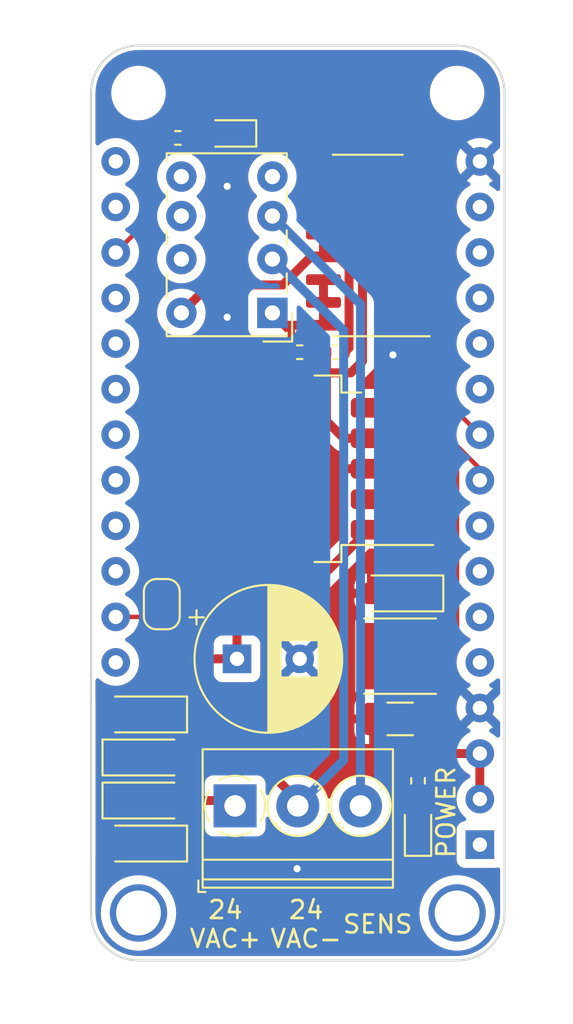
<source format=kicad_pcb>
(kicad_pcb (version 20221018) (generator pcbnew)
  (layers (0 "F.Cu" signal) (31 "B.Cu" signal) (34 "B.Paste" user) (35 "F.Paste" user) (36 "B.SilkS" user "B.Silkscreen") (37 "F.SilkS" user "F.Silkscreen") (38 "B.Mask" user) (39 "F.Mask" user) (44 "Edge.Cuts" user))
  (net 0 "")
  (net 1 "GND")
  (net 2 "Net-(D3-K)")
  (net 3 "LINE")
  (net 4 "NEUT")
  (net 5 "RACHIO_SW")
  (net 15 "Net-(A1-EN)")
  (net 25 "Net-(D6-A)")
  (net 26 "Net-(D5-K)")
  (net 27 "+3V3")
  (net 33 "RESET")
  (net 34 "SET")
  (net 35 "Net-(U3-O1)")
  (net 36 "Net-(U3-O4)")
  (net 39 "Net-(D7-A)")
  (net 41 "Net-(A1-D0)")
  (footprint "Jumper:SolderJumper-2_P1.3mm_Bridged_RoundedPad1.0x1.5mm" (layer "F.Cu") (at 3.95 31.15 90)
    (fp_text reference "JP1" hide)
    (fp_text value "SolderJumper_2_Bridged")
    (fp_poly (pts (xy 0.25 -0.3) (xy -0.25 -0.3) (xy -0.25 0.3) (xy 0.25 0.3)) (fill solid) (layer "F.Cu"))
    (fp_line (start -1.4 0.3) (end -1.4 -0.3) (stroke (width 0.12)) (layer "F.SilkS"))
    (fp_line (start -0.7 -1) (end 0.7 -1) (stroke (width 0.12)) (layer "F.SilkS"))
    (fp_line (start 0.7 1) (end -0.7 1) (stroke (width 0.12)) (layer "F.SilkS"))
    (fp_line (start 1.4 -0.3) (end 1.4 0.3) (stroke (width 0.12)) (layer "F.SilkS"))
    (fp_arc (start -1.4 -0.3) (mid -1.194975 -0.794975) (end -0.7 -1) (stroke (width 0.12)) (layer "F.SilkS"))
    (fp_arc (start -0.7 1) (mid -1.194975 0.794975) (end -1.4 0.3) (stroke (width 0.12)) (layer "F.SilkS"))
    (fp_arc (start 0.7 -1) (mid 1.194975 -0.794975) (end 1.4 -0.3) (stroke (width 0.12)) (layer "F.SilkS"))
    (fp_arc (start 1.4 0.3) (mid 1.194975 0.794975) (end 0.7 1) (stroke (width 0.12)) (layer "F.SilkS"))
    (pad "1" smd custom (at -0.65 0 90) (size 1 0.5) (layers "F.Cu" "F.Mask") (net 15 "Net-(A1-EN)") (options (clearance outline) (anchor rect)) (primitives (gr_circle (center 0 0.25) (end 0.5 0.25) (width 0) (fill yes)) (gr_circle (center 0 -0.25) (end 0.5 -0.25) (width 0) (fill yes)) (gr_poly (pts (xy 0.5 0.75) (xy 0 0.75) (xy 0 -0.75) (xy 0.5 -0.75)) (width 0) (fill yes))))
    (pad "2" smd custom (at 0.65 0 90) (size 1 0.5) (layers "F.Cu" "F.Mask") (net 1 "GND") (options (clearance outline) (anchor rect)) (primitives (gr_circle (center 0 0.25) (end 0.5 0.25) (width 0) (fill yes)) (gr_circle (center 0 -0.25) (end 0.5 -0.25) (width 0) (fill yes)) (gr_poly (pts (xy 0 0.75) (xy -0.5 0.75) (xy -0.5 -0.75) (xy 0 -0.75)) (width 0) (fill yes))))
  )
  (footprint "Diode_SMD:D_SOD-123" (layer "F.Cu") (at 3 44.5 180)
    (fp_text reference "D1" hide)
    (fp_text value "SM4007")
    (fp_line (start -2.36 -1) (end -2.36 1) (stroke (width 0.12)) (layer "F.SilkS"))
    (fp_line (start -2.36 -1) (end 1.65 -1) (stroke (width 0.12)) (layer "F.SilkS"))
    (fp_line (start -2.36 1) (end 1.65 1) (stroke (width 0.12)) (layer "F.SilkS"))
    (pad "1" smd roundrect (at -1.65 0 180) (size 0.9 1.2) (layers "F.Cu" "F.Paste" "F.Mask") (net 3 "LINE"))
    (pad "2" smd roundrect (at 1.65 0 180) (size 0.9 1.2) (layers "F.Cu" "F.Paste" "F.Mask") (net 1 "GND"))
  )
  (footprint "Resistor_SMD:R_0402_1005Metric" (layer "F.Cu") (at 11.64 17.1 180)
    (fp_text reference "R2" hide)
    (fp_text value "33")
    (fp_line (start -0.153641 -0.38) (end 0.153641 -0.38) (stroke (width 0.12)) (layer "F.SilkS"))
    (fp_line (start -0.153641 0.38) (end 0.153641 0.38) (stroke (width 0.12)) (layer "F.SilkS"))
    (pad "1" smd roundrect (at -0.51 0 180) (size 0.54 0.64) (layers "F.Cu" "F.Paste" "F.Mask") (net 27 "+3V3"))
    (pad "2" smd roundrect (at 0.51 0 180) (size 0.54 0.64) (layers "F.Cu" "F.Paste" "F.Mask") (net 35 "Net-(U3-O1)"))
  )
  (footprint "Resistor_SMD:R_0402_1005Metric" (layer "F.Cu") (at 4.85 5.15)
    (fp_text reference "R4" hide)
    (fp_text value "470")
    (fp_line (start -0.153641 -0.38) (end 0.153641 -0.38) (stroke (width 0.12)) (layer "F.SilkS"))
    (fp_line (start -0.153641 0.38) (end 0.153641 0.38) (stroke (width 0.12)) (layer "F.SilkS"))
    (pad "1" smd roundrect (at -0.51 0) (size 0.54 0.64) (layers "F.Cu" "F.Paste" "F.Mask") (net 41 "Net-(A1-D0)"))
    (pad "2" smd roundrect (at 0.51 0) (size 0.54 0.64) (layers "F.Cu" "F.Paste" "F.Mask") (net 39 "Net-(D7-A)"))
  )
  (footprint "Capacitor_SMD:C_1206_3216Metric" (layer "F.Cu") (at 17.25 37.55 180)
    (fp_text reference "C2" hide)
    (fp_text value "100u")
    (fp_line (start -0.711252 -0.91) (end 0.711252 -0.91) (stroke (width 0.12)) (layer "F.SilkS"))
    (fp_line (start -0.711252 0.91) (end 0.711252 0.91) (stroke (width 0.12)) (layer "F.SilkS"))
    (pad "1" smd roundrect (at -1.475 0 180) (size 1.15 1.8) (layers "F.Cu" "F.Paste" "F.Mask") (roundrect_rratio 0.2173913043) (net 27 "+3V3"))
    (pad "2" smd roundrect (at 1.475 0 180) (size 1.15 1.8) (layers "F.Cu" "F.Paste" "F.Mask") (roundrect_rratio 0.2173913043) (net 1 "GND"))
  )
  (footprint "Package_SO:SOIC-16_3.9x9.9mm_P1.27mm" (layer "F.Cu") (at 15.45 11.15 180)
    (fp_text reference "U3" hide)
    (fp_text value "ULN2003A")
    (fp_line (start 0 -5.06) (end -3.45 -5.06) (stroke (width 0.12)) (layer "F.SilkS"))
    (fp_line (start 0 -5.06) (end 1.95 -5.06) (stroke (width 0.12)) (layer "F.SilkS"))
    (fp_line (start 0 5.06) (end -1.95 5.06) (stroke (width 0.12)) (layer "F.SilkS"))
    (fp_line (start 0 5.06) (end 1.95 5.06) (stroke (width 0.12)) (layer "F.SilkS"))
    (pad "1" smd roundrect (at -2.475 -4.445 180) (size 1.95 0.6) (layers "F.Cu" "F.Paste" "F.Mask") (net 34 "SET"))
    (pad "2" smd roundrect (at -2.475 -3.175 180) (size 1.95 0.6) (layers "F.Cu" "F.Paste" "F.Mask") (net 34 "SET"))
    (pad "3" smd roundrect (at -2.475 -1.905 180) (size 1.95 0.6) (layers "F.Cu" "F.Paste" "F.Mask") (net 34 "SET"))
    (pad "4" smd roundrect (at -2.475 -0.635 180) (size 1.95 0.6) (layers "F.Cu" "F.Paste" "F.Mask") (net 33 "RESET"))
    (pad "5" smd roundrect (at -2.475 0.635 180) (size 1.95 0.6) (layers "F.Cu" "F.Paste" "F.Mask") (net 33 "RESET"))
    (pad "6" smd roundrect (at -2.475 1.905 180) (size 1.95 0.6) (layers "F.Cu" "F.Paste" "F.Mask") (net 33 "RESET"))
    (pad "7" smd roundrect (at -2.475 3.175 180) (size 1.95 0.6) (layers "F.Cu" "F.Paste" "F.Mask"))
    (pad "8" smd roundrect (at -2.475 4.445 180) (size 1.95 0.6) (layers "F.Cu" "F.Paste" "F.Mask") (net 1 "GND"))
    (pad "9" smd roundrect (at 2.475 4.445 180) (size 1.95 0.6) (layers "F.Cu" "F.Paste" "F.Mask") (net 27 "+3V3"))
    (pad "10" smd roundrect (at 2.475 3.175 180) (size 1.95 0.6) (layers "F.Cu" "F.Paste" "F.Mask"))
    (pad "11" smd roundrect (at 2.475 1.905 180) (size 1.95 0.6) (layers "F.Cu" "F.Paste" "F.Mask") (net 36 "Net-(U3-O4)"))
    (pad "12" smd roundrect (at 2.475 0.635 180) (size 1.95 0.6) (layers "F.Cu" "F.Paste" "F.Mask") (net 36 "Net-(U3-O4)"))
    (pad "13" smd roundrect (at 2.475 -0.635 180) (size 1.95 0.6) (layers "F.Cu" "F.Paste" "F.Mask") (net 36 "Net-(U3-O4)"))
    (pad "14" smd roundrect (at 2.475 -1.905 180) (size 1.95 0.6) (layers "F.Cu" "F.Paste" "F.Mask") (net 35 "Net-(U3-O1)"))
    (pad "15" smd roundrect (at 2.475 -3.175 180) (size 1.95 0.6) (layers "F.Cu" "F.Paste" "F.Mask") (net 35 "Net-(U3-O1)"))
    (pad "16" smd roundrect (at 2.475 -4.445 180) (size 1.95 0.6) (layers "F.Cu" "F.Paste" "F.Mask") (net 35 "Net-(U3-O1)"))
  )
  (footprint "LED_SMD:LED_0603_1608Metric" (layer "F.Cu") (at 7.7375 4.9 180)
    (fp_text reference "D7" hide)
    (fp_text value "LED")
    (fp_line (start -1.485 -0.735) (end -1.485 0.735) (stroke (width 0.12)) (layer "F.SilkS"))
    (fp_line (start -1.485 0.735) (end 0.8 0.735) (stroke (width 0.12)) (layer "F.SilkS"))
    (fp_line (start 0.8 -0.735) (end -1.485 -0.735) (stroke (width 0.12)) (layer "F.SilkS"))
    (pad "1" smd roundrect (at -0.7875 0 180) (size 0.875 0.95) (layers "F.Cu" "F.Paste" "F.Mask") (net 1 "GND"))
    (pad "2" smd roundrect (at 0.7875 0 180) (size 0.875 0.95) (layers "F.Cu" "F.Paste" "F.Mask") (net 39 "Net-(D7-A)"))
  )
  (footprint "TerminalBlock_Phoenix:TerminalBlock_Phoenix_PT-1,5-3-3.5-H_1x03_P3.50mm_Horizontal" (layer "F.Cu") (at 8.04 42.4)
    (fp_text reference "J1" hide)
    (fp_text value "Screw_Terminal_01x03")
    (fp_line (start -2.05 4.16) (end -2.05 4.8) (stroke (width 0.12)) (layer "F.SilkS"))
    (fp_line (start -2.05 4.8) (end -1.65 4.8) (stroke (width 0.12)) (layer "F.SilkS"))
    (fp_line (start -1.81 -3.16) (end -1.81 4.56) (stroke (width 0.12)) (layer "F.SilkS"))
    (fp_line (start -1.81 -3.16) (end 8.81 -3.16) (stroke (width 0.12)) (layer "F.SilkS"))
    (fp_line (start -1.81 3) (end 8.81 3) (stroke (width 0.12)) (layer "F.SilkS"))
    (fp_line (start -1.81 4.1) (end 8.81 4.1) (stroke (width 0.12)) (layer "F.SilkS"))
    (fp_line (start -1.81 4.56) (end 8.81 4.56) (stroke (width 0.12)) (layer "F.SilkS"))
    (fp_line (start 2.355 0.941) (end 2.226 1.069) (stroke (width 0.12)) (layer "F.SilkS"))
    (fp_line (start 2.525 1.181) (end 2.431 1.274) (stroke (width 0.12)) (layer "F.SilkS"))
    (fp_line (start 4.57 -1.275) (end 4.476 -1.181) (stroke (width 0.12)) (layer "F.SilkS"))
    (fp_line (start 4.775 -1.069) (end 4.646 -0.941) (stroke (width 0.12)) (layer "F.SilkS"))
    (fp_line (start 5.855 0.941) (end 5.726 1.069) (stroke (width 0.12)) (layer "F.SilkS"))
    (fp_line (start 6.025 1.181) (end 5.931 1.274) (stroke (width 0.12)) (layer "F.SilkS"))
    (fp_line (start 8.07 -1.275) (end 7.976 -1.181) (stroke (width 0.12)) (layer "F.SilkS"))
    (fp_line (start 8.275 -1.069) (end 8.146 -0.941) (stroke (width 0.12)) (layer "F.SilkS"))
    (fp_line (start 8.81 -3.16) (end 8.81 4.56) (stroke (width 0.12)) (layer "F.SilkS"))
    (fp_arc (start -1.425358 0.889894) (mid -1.680286 0.014012) (end -1.44 -0.866) (stroke (width 0.12)) (layer "F.SilkS"))
    (fp_arc (start -0.889894 -1.425358) (mid -0.014012 -1.680286) (end 0.866 -1.44) (stroke (width 0.12)) (layer "F.SilkS"))
    (fp_arc (start 0.028674 1.680099) (mid -0.435535 1.622918) (end -0.866 1.44) (stroke (width 0.12)) (layer "F.SilkS"))
    (fp_arc (start 0.890264 1.424721) (mid 0.463071 1.61492) (end 0 1.68) (stroke (width 0.12)) (layer "F.SilkS"))
    (fp_arc (start 1.425504 -0.890193) (mid 1.680626 0.000476) (end 1.425 0.891) (stroke (width 0.12)) (layer "F.SilkS"))
    (fp_circle (center 3.5 0) (end 5.18 0) (stroke (width 0.12)) (fill none) (layer "F.SilkS"))
    (fp_circle (center 7 0) (end 8.68 0) (stroke (width 0.12)) (fill none) (layer "F.SilkS"))
    (pad "1" thru_hole rect (at 0 0) (size 2.4 2.4) (drill 1.2) (layers "*.Cu" "*.Mask") (net 3 "LINE"))
    (pad "2" thru_hole circle (at 3.5 0) (size 2.4 2.4) (drill 1.2) (layers "*.Cu" "*.Mask") (net 4 "NEUT"))
    (pad "3" thru_hole circle (at 7 0) (size 2.4 2.4) (drill 1.2) (layers "*.Cu" "*.Mask") (net 5 "RACHIO_SW"))
  )
  (footprint "Package_TO_SOT_SMD:TO-263-5_TabPin3" (layer "F.Cu") (at 9.15 23.6 180)
    (fp_text reference "U1" hide)
    (fp_text value "LM2596S-3.3")
    (fp_line (start -4.825 -5.2) (end -4.825 -4.25) (stroke (width 0.12)) (layer "F.SilkS"))
    (fp_line (start -4.825 -4.25) (end -9.95 -4.25) (stroke (width 0.12)) (layer "F.SilkS"))
    (fp_line (start -4.825 4.25) (end -5.925 4.25) (stroke (width 0.12)) (layer "F.SilkS"))
    (fp_line (start -4.825 5.2) (end -4.825 4.25) (stroke (width 0.12)) (layer "F.SilkS"))
    (fp_line (start -3.325 -5.2) (end -4.825 -5.2) (stroke (width 0.12)) (layer "F.SilkS"))
    (fp_line (start -3.325 5.2) (end -4.825 5.2) (stroke (width 0.12)) (layer "F.SilkS"))
    (pad "1" smd roundrect (at -7.65 -3.4 180) (size 4.6 1.1) (layers "F.Cu" "F.Paste" "F.Mask") (roundrect_rratio 0.2272727273) (net 2 "Net-(D3-K)"))
    (pad "2" smd roundrect (at -7.65 -1.7 180) (size 4.6 1.1) (layers "F.Cu" "F.Paste" "F.Mask") (roundrect_rratio 0.2272727273) (net 26 "Net-(D5-K)"))
    (pad "3" smd roundrect (at -7.65 0 180) (size 4.6 1.1) (layers "F.Cu" "F.Paste" "F.Mask") (roundrect_rratio 0.2272727273) (net 1 "GND"))
    (pad "3" smd roundrect (at -0.925 -2.775 180) (size 4.55 5.25) (layers "F.Cu" "F.Paste") (roundrect_rratio 0.05494505495) (net 1 "GND"))
    (pad "3" smd roundrect (at -0.925 2.775 180) (size 4.55 5.25) (layers "F.Cu" "F.Paste") (roundrect_rratio 0.05494505495) (net 1 "GND"))
    (pad "3" smd roundrect (at 1.5 0 180) (size 9.4 10.8) (layers "F.Cu" "F.Mask") (roundrect_rratio 0.02659595745) (net 1 "GND"))
    (pad "3" smd roundrect (at 3.925 -2.775 180) (size 4.55 5.25) (layers "F.Cu" "F.Paste") (roundrect_rratio 0.05494505495) (net 1 "GND"))
    (pad "3" smd roundrect (at 3.925 2.775 180) (size 4.55 5.25) (layers "F.Cu" "F.Paste") (roundrect_rratio 0.05494505495) (net 1 "GND"))
    (pad "4" smd roundrect (at -7.65 1.7 180) (size 4.6 1.1) (layers "F.Cu" "F.Paste" "F.Mask") (roundrect_rratio 0.2272727273) (net 27 "+3V3"))
    (pad "5" smd roundrect (at -7.65 3.4 180) (size 4.6 1.1) (layers "F.Cu" "F.Paste" "F.Mask") (roundrect_rratio 0.2272727273) (net 1 "GND"))
  )
  (footprint "Module:Adafruit_Feather_WithMountingHoles" (layer "F.Cu") (at 21.7 44.56 180)
    (fp_text reference "A1" hide)
    (fp_text value "Adafruit_Feather_Generic")
    (fp_line (start -1.38 -3.81) (end -1.38 41.91) (stroke (width 0.12)) (layer "Edge.Cuts"))
    (fp_line (start 19.05 -6.46) (end 1.27 -6.46) (stroke (width 0.12)) (layer "Edge.Cuts"))
    (fp_line (start 19.05 44.56) (end 1.27 44.56) (stroke (width 0.12)) (layer "Edge.Cuts"))
    (fp_line (start 21.7 -3.81) (end 21.7 41.91) (stroke (width 0.12)) (layer "Edge.Cuts"))
    (fp_arc (start -1.38 -3.81) (mid -0.603833 -5.683832) (end 1.27 -6.46) (stroke (width 0.12)) (layer "Edge.Cuts"))
    (fp_arc (start 1.27 44.56) (mid -0.603832 43.783833) (end -1.38 41.91) (stroke (width 0.12)) (layer "Edge.Cuts"))
    (fp_arc (start 19.05 -6.46) (mid 20.923832 -5.683833) (end 21.7 -3.81) (stroke (width 0.12)) (layer "Edge.Cuts"))
    (fp_arc (start 21.7 41.91) (mid 20.923833 43.783832) (end 19.05 44.56) (stroke (width 0.12)) (layer "Edge.Cuts"))
    (pad "" np_thru_hole circle (at 1.27 -3.81 90) (size 3.2 3.2) (drill 2.5) (layers "*.Cu" "*.Mask"))
    (pad "" np_thru_hole circle (at 1.27 41.91 90) (size 2.54 2.54) (drill 2.54) (layers "*.Cu" "*.Mask"))
    (pad "" np_thru_hole circle (at 19.05 -3.81 90) (size 3.2 3.2) (drill 2.5) (layers "*.Cu" "*.Mask"))
    (pad "" np_thru_hole circle (at 19.05 41.91 90) (size 2.54 2.54) (drill 2.54) (layers "*.Cu" "*.Mask"))
    (pad "1" thru_hole rect (at 0 0) (size 1.6 1.6) (drill 0.8) (layers "*.Cu" "*.Mask"))
    (pad "2" thru_hole circle (at 0 2.54) (size 1.6 1.6) (drill 0.8) (layers "*.Cu" "*.Mask") (net 27 "+3V3"))
    (pad "3" thru_hole circle (at 0 5.08) (size 1.6 1.6) (drill 0.8) (layers "*.Cu" "*.Mask") (net 27 "+3V3"))
    (pad "4" thru_hole circle (at 0 7.62) (size 1.6 1.6) (drill 0.8) (layers "*.Cu" "*.Mask") (net 1 "GND"))
    (pad "5" thru_hole circle (at 0 10.16) (size 1.6 1.6) (drill 0.8) (layers "*.Cu" "*.Mask"))
    (pad "6" thru_hole circle (at 0 12.7) (size 1.6 1.6) (drill 0.8) (layers "*.Cu" "*.Mask"))
    (pad "7" thru_hole circle (at 0 15.24) (size 1.6 1.6) (drill 0.8) (layers "*.Cu" "*.Mask"))
    (pad "8" thru_hole circle (at 0 17.78) (size 1.6 1.6) (drill 0.8) (layers "*.Cu" "*.Mask"))
    (pad "9" thru_hole circle (at 0 20.32) (size 1.6 1.6) (drill 0.8) (layers "*.Cu" "*.Mask") (net 34 "SET"))
    (pad "10" thru_hole circle (at 0 22.86) (size 1.6 1.6) (drill 0.8) (layers "*.Cu" "*.Mask") (net 33 "RESET"))
    (pad "11" thru_hole circle (at 0 25.4) (size 1.6 1.6) (drill 0.8) (layers "*.Cu" "*.Mask"))
    (pad "12" thru_hole circle (at 0 27.94) (size 1.6 1.6) (drill 0.8) (layers "*.Cu" "*.Mask"))
    (pad "13" thru_hole circle (at 0 30.48) (size 1.6 1.6) (drill 0.8) (layers "*.Cu" "*.Mask"))
    (pad "14" thru_hole circle (at 0 33.02) (size 1.6 1.6) (drill 0.8) (layers "*.Cu" "*.Mask"))
    (pad "15" thru_hole circle (at 0 35.56) (size 1.6 1.6) (drill 0.8) (layers "*.Cu" "*.Mask"))
    (pad "16" thru_hole circle (at 0 38.1) (size 1.6 1.6) (drill 0.8) (layers "*.Cu" "*.Mask") (net 1 "GND"))
    (pad "17" thru_hole circle (at 20.32 38.1) (size 1.6 1.6) (drill 0.8) (layers "*.Cu" "*.Mask"))
    (pad "18" thru_hole circle (at 20.32 35.56) (size 1.6 1.6) (drill 0.8) (layers "*.Cu" "*.Mask"))
    (pad "19" thru_hole circle (at 20.32 33.02) (size 1.6 1.6) (drill 0.8) (layers "*.Cu" "*.Mask") (net 41 "Net-(A1-D0)"))
    (pad "20" thru_hole circle (at 20.32 30.48) (size 1.6 1.6) (drill 0.8) (layers "*.Cu" "*.Mask"))
    (pad "21" thru_hole circle (at 20.32 27.94) (size 1.6 1.6) (drill 0.8) (layers "*.Cu" "*.Mask"))
    (pad "22" thru_hole circle (at 20.32 25.4) (size 1.6 1.6) (drill 0.8) (layers "*.Cu" "*.Mask"))
    (pad "23" thru_hole circle (at 20.32 22.86) (size 1.6 1.6) (drill 0.8) (layers "*.Cu" "*.Mask"))
    (pad "24" thru_hole circle (at 20.32 20.32) (size 1.6 1.6) (drill 0.8) (layers "*.Cu" "*.Mask"))
    (pad "25" thru_hole circle (at 20.32 17.78) (size 1.6 1.6) (drill 0.8) (layers "*.Cu" "*.Mask"))
    (pad "26" thru_hole circle (at 20.32 15.24) (size 1.6 1.6) (drill 0.8) (layers "*.Cu" "*.Mask"))
    (pad "27" thru_hole circle (at 20.32 12.7) (size 1.6 1.6) (drill 0.8) (layers "*.Cu" "*.Mask") (net 15 "Net-(A1-EN)"))
    (pad "28" thru_hole circle (at 20.32 10.16) (size 1.6 1.6) (drill 0.8) (layers "*.Cu" "*.Mask"))
  )
  (footprint "Relay_THT:Relay_DPDT_Omron_G6K-2P-Y" (layer "F.Cu") (at 10.1225 14.9075 180)
    (fp_text reference "K3" hide)
    (fp_text value "G6KU-2")
    (fp_line (start -1.1 -1.6) (end 0.5 -1.6) (stroke (width 0.12)) (layer "F.SilkS"))
    (fp_line (start -1.1 0) (end -1.1 -1.6) (stroke (width 0.12)) (layer "F.SilkS"))
    (fp_line (start -0.8 -1.3) (end -0.8 -1.1) (stroke (width 0.12)) (layer "F.SilkS"))
    (fp_line (start -0.8 -1.3) (end 5.9 -1.3) (stroke (width 0.12)) (layer "F.SilkS"))
    (fp_line (start -0.8 2.2) (end -0.8 1.1) (stroke (width 0.12)) (layer "F.SilkS"))
    (fp_line (start -0.8 4.6) (end -0.8 3.8) (stroke (width 0.12)) (layer "F.SilkS"))
    (fp_line (start -0.8 6.8) (end -0.8 6.2) (stroke (width 0.12)) (layer "F.SilkS"))
    (fp_line (start -0.8 8.9) (end -0.8 8.4) (stroke (width 0.12)) (layer "F.SilkS"))
    (fp_line (start 5.9 -1.3) (end 5.9 -0.8) (stroke (width 0.12)) (layer "F.SilkS"))
    (fp_line (start 5.9 0.8) (end 5.9 2.2) (stroke (width 0.12)) (layer "F.SilkS"))
    (fp_line (start 5.9 3.8) (end 5.9 4.6) (stroke (width 0.12)) (layer "F.SilkS"))
    (fp_line (start 5.9 6.2) (end 5.9 6.8) (stroke (width 0.12)) (layer "F.SilkS"))
    (fp_line (start 5.9 8.4) (end 5.9 8.9) (stroke (width 0.12)) (layer "F.SilkS"))
    (fp_line (start 5.9 8.9) (end -0.8 8.9) (stroke (width 0.12)) (layer "F.SilkS"))
    (pad "1" thru_hole rect (at 0 0 180) (size 1.7 1.7) (drill 0.85) (layers "*.Cu" "*.Mask") (net 35 "Net-(U3-O1)"))
    (pad "2" thru_hole circle (at 0 3 180) (size 1.7 1.7) (drill 0.85) (layers "*.Cu" "*.Mask") (net 4 "NEUT"))
    (pad "3" thru_hole circle (at 0 5.4 180) (size 1.7 1.7) (drill 0.85) (layers "*.Cu" "*.Mask") (net 5 "RACHIO_SW"))
    (pad "4" thru_hole circle (at 0 7.6 180) (size 1.7 1.7) (drill 0.85) (layers "*.Cu" "*.Mask"))
    (pad "5" thru_hole circle (at 5.08 7.6 180) (size 1.7 1.7) (drill 0.85) (layers "*.Cu" "*.Mask"))
    (pad "6" thru_hole circle (at 5.08 5.4 180) (size 1.7 1.7) (drill 0.85) (layers "*.Cu" "*.Mask"))
    (pad "7" thru_hole circle (at 5.08 3 180) (size 1.7 1.7) (drill 0.85) (layers "*.Cu" "*.Mask"))
    (pad "8" thru_hole circle (at 5.08 0 180) (size 1.7 1.7) (drill 0.85) (layers "*.Cu" "*.Mask") (net 36 "Net-(U3-O4)"))
  )
  (footprint "Resistor_SMD:R_0402_1005Metric" (layer "F.Cu") (at 13.65 17.1)
    (fp_text reference "R3" hide)
    (fp_text value "33")
    (fp_line (start -0.153641 -0.38) (end 0.153641 -0.38) (stroke (width 0.12)) (layer "F.SilkS"))
    (fp_line (start -0.153641 0.38) (end 0.153641 0.38) (stroke (width 0.12)) (layer "F.SilkS"))
    (pad "1" smd roundrect (at -0.51 0) (size 0.54 0.64) (layers "F.Cu" "F.Paste" "F.Mask") (net 27 "+3V3"))
    (pad "2" smd roundrect (at 0.51 0) (size 0.54 0.64) (layers "F.Cu" "F.Paste" "F.Mask") (net 36 "Net-(U3-O4)"))
  )
  (footprint "Inductor_SMD:L_Taiyo-Yuden_NR-40xx" (layer "F.Cu") (at 17.25 34.05)
    (fp_text reference "L1" hide)
    (fp_text value "33uH")
    (fp_line (start -2 -2.1) (end 2 -2.1) (stroke (width 0.12)) (layer "F.SilkS"))
    (fp_line (start -2 2.1) (end 2 2.1) (stroke (width 0.12)) (layer "F.SilkS"))
    (pad "1" smd rect (at -1.4 0) (size 1.2 3.7) (layers "F.Cu" "F.Paste" "F.Mask") (net 26 "Net-(D5-K)"))
    (pad "2" smd rect (at 1.4 0) (size 1.2 3.7) (layers "F.Cu" "F.Paste" "F.Mask") (net 27 "+3V3"))
  )
  (footprint "Resistor_SMD:R_0402_1005Metric" (layer "F.Cu") (at 18.25 41 -90)
    (fp_text reference "R1" hide)
    (fp_text value "470")
    (fp_line (start -0.153641 -0.38) (end 0.153641 -0.38) (stroke (width 0.12)) (layer "F.SilkS"))
    (fp_line (start -0.153641 0.38) (end 0.153641 0.38) (stroke (width 0.12)) (layer "F.SilkS"))
    (pad "1" smd roundrect (at -0.51 0 270) (size 0.54 0.64) (layers "F.Cu" "F.Paste" "F.Mask") (net 27 "+3V3"))
    (pad "2" smd roundrect (at 0.51 0 270) (size 0.54 0.64) (layers "F.Cu" "F.Paste" "F.Mask") (net 25 "Net-(D6-A)"))
  )
  (footprint "Diode_SMD:D_SOD-123" (layer "F.Cu") (at 3 37.3 180)
    (fp_text reference "D2" hide)
    (fp_text value "SM4007")
    (fp_line (start -2.36 -1) (end -2.36 1) (stroke (width 0.12)) (layer "F.SilkS"))
    (fp_line (start -2.36 -1) (end 1.65 -1) (stroke (width 0.12)) (layer "F.SilkS"))
    (fp_line (start -2.36 1) (end 1.65 1) (stroke (width 0.12)) (layer "F.SilkS"))
    (pad "1" smd roundrect (at -1.65 0 180) (size 0.9 1.2) (layers "F.Cu" "F.Paste" "F.Mask") (net 4 "NEUT"))
    (pad "2" smd roundrect (at 1.65 0 180) (size 0.9 1.2) (layers "F.Cu" "F.Paste" "F.Mask") (net 1 "GND"))
  )
  (footprint "LED_SMD:LED_0603_1608Metric" (layer "F.Cu") (at 18.25 43.7 90)
    (fp_text reference "D6" hide)
    (fp_text value "LED")
    (fp_line (start -1.485 -0.735) (end -1.485 0.735) (stroke (width 0.12)) (layer "F.SilkS"))
    (fp_line (start -1.485 0.735) (end 0.8 0.735) (stroke (width 0.12)) (layer "F.SilkS"))
    (fp_line (start 0.8 -0.735) (end -1.485 -0.735) (stroke (width 0.12)) (layer "F.SilkS"))
    (pad "1" smd roundrect (at -0.7875 0 90) (size 0.875 0.95) (layers "F.Cu" "F.Paste" "F.Mask") (net 1 "GND"))
    (pad "2" smd roundrect (at 0.7875 0 90) (size 0.875 0.95) (layers "F.Cu" "F.Paste" "F.Mask") (net 25 "Net-(D6-A)"))
  )
  (footprint "Capacitor_THT:CP_Radial_D8.0mm_P3.50mm" (layer "F.Cu") (at 8.147349 34.2)
    (fp_text reference "C1" hide)
    (fp_text value "100u")
    (fp_line (start -2.659698 -2.315) (end -1.859698 -2.315) (stroke (width 0.12)) (layer "F.SilkS"))
    (fp_line (start -2.259698 -2.715) (end -2.259698 -1.915) (stroke (width 0.12)) (layer "F.SilkS"))
    (fp_line (start 1.75 -4.08) (end 1.75 4.08) (stroke (width 0.12)) (layer "F.SilkS"))
    (fp_line (start 1.79 -4.08) (end 1.79 4.08) (stroke (width 0.12)) (layer "F.SilkS"))
    (fp_line (start 1.83 -4.08) (end 1.83 4.08) (stroke (width 0.12)) (layer "F.SilkS"))
    (fp_line (start 1.87 -4.079) (end 1.87 4.079) (stroke (width 0.12)) (layer "F.SilkS"))
    (fp_line (start 1.91 -4.077) (end 1.91 4.077) (stroke (width 0.12)) (layer "F.SilkS"))
    (fp_line (start 1.95 -4.076) (end 1.95 4.076) (stroke (width 0.12)) (layer "F.SilkS"))
    (fp_line (start 1.99 -4.074) (end 1.99 4.074) (stroke (width 0.12)) (layer "F.SilkS"))
    (fp_line (start 2.03 -4.071) (end 2.03 4.071) (stroke (width 0.12)) (layer "F.SilkS"))
    (fp_line (start 2.07 -4.068) (end 2.07 4.068) (stroke (width 0.12)) (layer "F.SilkS"))
    (fp_line (start 2.11 -4.065) (end 2.11 4.065) (stroke (width 0.12)) (layer "F.SilkS"))
    (fp_line (start 2.15 -4.061) (end 2.15 4.061) (stroke (width 0.12)) (layer "F.SilkS"))
    (fp_line (start 2.19 -4.057) (end 2.19 4.057) (stroke (width 0.12)) (layer "F.SilkS"))
    (fp_line (start 2.23 -4.052) (end 2.23 4.052) (stroke (width 0.12)) (layer "F.SilkS"))
    (fp_line (start 2.27 -4.048) (end 2.27 4.048) (stroke (width 0.12)) (layer "F.SilkS"))
    (fp_line (start 2.31 -4.042) (end 2.31 4.042) (stroke (width 0.12)) (layer "F.SilkS"))
    (fp_line (start 2.35 -4.037) (end 2.35 4.037) (stroke (width 0.12)) (layer "F.SilkS"))
    (fp_line (start 2.39 -4.03) (end 2.39 4.03) (stroke (width 0.12)) (layer "F.SilkS"))
    (fp_line (start 2.43 -4.024) (end 2.43 4.024) (stroke (width 0.12)) (layer "F.SilkS"))
    (fp_line (start 2.471 -4.017) (end 2.471 -1.04) (stroke (width 0.12)) (layer "F.SilkS"))
    (fp_line (start 2.471 1.04) (end 2.471 4.017) (stroke (width 0.12)) (layer "F.SilkS"))
    (fp_line (start 2.511 -4.01) (end 2.511 -1.04) (stroke (width 0.12)) (layer "F.SilkS"))
    (fp_line (start 2.511 1.04) (end 2.511 4.01) (stroke (width 0.12)) (layer "F.SilkS"))
    (fp_line (start 2.551 -4.002) (end 2.551 -1.04) (stroke (width 0.12)) (layer "F.SilkS"))
    (fp_line (start 2.551 1.04) (end 2.551 4.002) (stroke (width 0.12)) (layer "F.SilkS"))
    (fp_line (start 2.591 -3.994) (end 2.591 -1.04) (stroke (width 0.12)) (layer "F.SilkS"))
    (fp_line (start 2.591 1.04) (end 2.591 3.994) (stroke (width 0.12)) (layer "F.SilkS"))
    (fp_line (start 2.631 -3.985) (end 2.631 -1.04) (stroke (width 0.12)) (layer "F.SilkS"))
    (fp_line (start 2.631 1.04) (end 2.631 3.985) (stroke (width 0.12)) (layer "F.SilkS"))
    (fp_line (start 2.671 -3.976) (end 2.671 -1.04) (stroke (width 0.12)) (layer "F.SilkS"))
    (fp_line (start 2.671 1.04) (end 2.671 3.976) (stroke (width 0.12)) (layer "F.SilkS"))
    (fp_line (start 2.711 -3.967) (end 2.711 -1.04) (stroke (width 0.12)) (layer "F.SilkS"))
    (fp_line (start 2.711 1.04) (end 2.711 3.967) (stroke (width 0.12)) (layer "F.SilkS"))
    (fp_line (start 2.751 -3.957) (end 2.751 -1.04) (stroke (width 0.12)) (layer "F.SilkS"))
    (fp_line (start 2.751 1.04) (end 2.751 3.957) (stroke (width 0.12)) (layer "F.SilkS"))
    (fp_line (start 2.791 -3.947) (end 2.791 -1.04) (stroke (width 0.12)) (layer "F.SilkS"))
    (fp_line (start 2.791 1.04) (end 2.791 3.947) (stroke (width 0.12)) (layer "F.SilkS"))
    (fp_line (start 2.831 -3.936) (end 2.831 -1.04) (stroke (width 0.12)) (layer "F.SilkS"))
    (fp_line (start 2.831 1.04) (end 2.831 3.936) (stroke (width 0.12)) (layer "F.SilkS"))
    (fp_line (start 2.871 -3.925) (end 2.871 -1.04) (stroke (width 0.12)) (layer "F.SilkS"))
    (fp_line (start 2.871 1.04) (end 2.871 3.925) (stroke (width 0.12)) (layer "F.SilkS"))
    (fp_line (start 2.911 -3.914) (end 2.911 -1.04) (stroke (width 0.12)) (layer "F.SilkS"))
    (fp_line (start 2.911 1.04) (end 2.911 3.914) (stroke (width 0.12)) (layer "F.SilkS"))
    (fp_line (start 2.951 -3.902) (end 2.951 -1.04) (stroke (width 0.12)) (layer "F.SilkS"))
    (fp_line (start 2.951 1.04) (end 2.951 3.902) (stroke (width 0.12)) (layer "F.SilkS"))
    (fp_line (start 2.991 -3.889) (end 2.991 -1.04) (stroke (width 0.12)) (layer "F.SilkS"))
    (fp_line (start 2.991 1.04) (end 2.991 3.889) (stroke (width 0.12)) (layer "F.SilkS"))
    (fp_line (start 3.031 -3.877) (end 3.031 -1.04) (stroke (width 0.12)) (layer "F.SilkS"))
    (fp_line (start 3.031 1.04) (end 3.031 3.877) (stroke (width 0.12)) (layer "F.SilkS"))
    (fp_line (start 3.071 -3.863) (end 3.071 -1.04) (stroke (width 0.12)) (layer "F.SilkS"))
    (fp_line (start 3.071 1.04) (end 3.071 3.863) (stroke (width 0.12)) (layer "F.SilkS"))
    (fp_line (start 3.111 -3.85) (end 3.111 -1.04) (stroke (width 0.12)) (layer "F.SilkS"))
    (fp_line (start 3.111 1.04) (end 3.111 3.85) (stroke (width 0.12)) (layer "F.SilkS"))
    (fp_line (start 3.151 -3.835) (end 3.151 -1.04) (stroke (width 0.12)) (layer "F.SilkS"))
    (fp_line (start 3.151 1.04) (end 3.151 3.835) (stroke (width 0.12)) (layer "F.SilkS"))
    (fp_line (start 3.191 -3.821) (end 3.191 -1.04) (stroke (width 0.12)) (layer "F.SilkS"))
    (fp_line (start 3.191 1.04) (end 3.191 3.821) (stroke (width 0.12)) (layer "F.SilkS"))
    (fp_line (start 3.231 -3.805) (end 3.231 -1.04) (stroke (width 0.12)) (layer "F.SilkS"))
    (fp_line (start 3.231 1.04) (end 3.231 3.805) (stroke (width 0.12)) (layer "F.SilkS"))
    (fp_line (start 3.271 -3.79) (end 3.271 -1.04) (stroke (width 0.12)) (layer "F.SilkS"))
    (fp_line (start 3.271 1.04) (end 3.271 3.79) (stroke (width 0.12)) (layer "F.SilkS"))
    (fp_line (start 3.311 -3.774) (end 3.311 -1.04) (stroke (width 0.12)) (layer "F.SilkS"))
    (fp_line (start 3.311 1.04) (end 3.311 3.774) (stroke (width 0.12)) (layer "F.SilkS"))
    (fp_line (start 3.351 -3.757) (end 3.351 -1.04) (stroke (width 0.12)) (layer "F.SilkS"))
    (fp_line (start 3.351 1.04) (end 3.351 3.757) (stroke (width 0.12)) (layer "F.SilkS"))
    (fp_line (start 3.391 -3.74) (end 3.391 -1.04) (stroke (width 0.12)) (layer "F.SilkS"))
    (fp_line (start 3.391 1.04) (end 3.391 3.74) (stroke (width 0.12)) (layer "F.SilkS"))
    (fp_line (start 3.431 -3.722) (end 3.431 -1.04) (stroke (width 0.12)) (layer "F.SilkS"))
    (fp_line (start 3.431 1.04) (end 3.431 3.722) (stroke (width 0.12)) (layer "F.SilkS"))
    (fp_line (start 3.471 -3.704) (end 3.471 -1.04) (stroke (width 0.12)) (layer "F.SilkS"))
    (fp_line (start 3.471 1.04) (end 3.471 3.704) (stroke (width 0.12)) (layer "F.SilkS"))
    (fp_line (start 3.511 -3.686) (end 3.511 -1.04) (stroke (width 0.12)) (layer "F.SilkS"))
    (fp_line (start 3.511 1.04) (end 3.511 3.686) (stroke (width 0.12)) (layer "F.SilkS"))
    (fp_line (start 3.551 -3.666) (end 3.551 -1.04) (stroke (width 0.12)) (layer "F.SilkS"))
    (fp_line (start 3.551 1.04) (end 3.551 3.666) (stroke (width 0.12)) (layer "F.SilkS"))
    (fp_line (start 3.591 -3.647) (end 3.591 -1.04) (stroke (width 0.12)) (layer "F.SilkS"))
    (fp_line (start 3.591 1.04) (end 3.591 3.647) (stroke (width 0.12)) (layer "F.SilkS"))
    (fp_line (start 3.631 -3.627) (end 3.631 -1.04) (stroke (width 0.12)) (layer "F.SilkS"))
    (fp_line (start 3.631 1.04) (end 3.631 3.627) (stroke (width 0.12)) (layer "F.SilkS"))
    (fp_line (start 3.671 -3.606) (end 3.671 -1.04) (stroke (width 0.12)) (layer "F.SilkS"))
    (fp_line (start 3.671 1.04) (end 3.671 3.606) (stroke (width 0.12)) (layer "F.SilkS"))
    (fp_line (start 3.711 -3.584) (end 3.711 -1.04) (stroke (width 0.12)) (layer "F.SilkS"))
    (fp_line (start 3.711 1.04) (end 3.711 3.584) (stroke (width 0.12)) (layer "F.SilkS"))
    (fp_line (start 3.751 -3.562) (end 3.751 -1.04) (stroke (width 0.12)) (layer "F.SilkS"))
    (fp_line (start 3.751 1.04) (end 3.751 3.562) (stroke (width 0.12)) (layer "F.SilkS"))
    (fp_line (start 3.791 -3.54) (end 3.791 -1.04) (stroke (width 0.12)) (layer "F.SilkS"))
    (fp_line (start 3.791 1.04) (end 3.791 3.54) (stroke (width 0.12)) (layer "F.SilkS"))
    (fp_line (start 3.831 -3.517) (end 3.831 -1.04) (stroke (width 0.12)) (layer "F.SilkS"))
    (fp_line (start 3.831 1.04) (end 3.831 3.517) (stroke (width 0.12)) (layer "F.SilkS"))
    (fp_line (start 3.871 -3.493) (end 3.871 -1.04) (stroke (width 0.12)) (layer "F.SilkS"))
    (fp_line (start 3.871 1.04) (end 3.871 3.493) (stroke (width 0.12)) (layer "F.SilkS"))
    (fp_line (start 3.911 -3.469) (end 3.911 -1.04) (stroke (width 0.12)) (layer "F.SilkS"))
    (fp_line (start 3.911 1.04) (end 3.911 3.469) (stroke (width 0.12)) (layer "F.SilkS"))
    (fp_line (start 3.951 -3.444) (end 3.951 -1.04) (stroke (width 0.12)) (layer "F.SilkS"))
    (fp_line (start 3.951 1.04) (end 3.951 3.444) (stroke (width 0.12)) (layer "F.SilkS"))
    (fp_line (start 3.991 -3.418) (end 3.991 -1.04) (stroke (width 0.12)) (layer "F.SilkS"))
    (fp_line (start 3.991 1.04) (end 3.991 3.418) (stroke (width 0.12)) (layer "F.SilkS"))
    (fp_line (start 4.031 -3.392) (end 4.031 -1.04) (stroke (width 0.12)) (layer "F.SilkS"))
    (fp_line (start 4.031 1.04) (end 4.031 3.392) (stroke (width 0.12)) (layer "F.SilkS"))
    (fp_line (start 4.071 -3.365) (end 4.071 -1.04) (stroke (width 0.12)) (layer "F.SilkS"))
    (fp_line (start 4.071 1.04) (end 4.071 3.365) (stroke (width 0.12)) (layer "F.SilkS"))
    (fp_line (start 4.111 -3.338) (end 4.111 -1.04) (stroke (width 0.12)) (layer "F.SilkS"))
    (fp_line (start 4.111 1.04) (end 4.111 3.338) (stroke (width 0.12)) (layer "F.SilkS"))
    (fp_line (start 4.151 -3.309) (end 4.151 -1.04) (stroke (width 0.12)) (layer "F.SilkS"))
    (fp_line (start 4.151 1.04) (end 4.151 3.309) (stroke (width 0.12)) (layer "F.SilkS"))
    (fp_line (start 4.191 -3.28) (end 4.191 -1.04) (stroke (width 0.12)) (layer "F.SilkS"))
    (fp_line (start 4.191 1.04) (end 4.191 3.28) (stroke (width 0.12)) (layer "F.SilkS"))
    (fp_line (start 4.231 -3.25) (end 4.231 -1.04) (stroke (width 0.12)) (layer "F.SilkS"))
    (fp_line (start 4.231 1.04) (end 4.231 3.25) (stroke (width 0.12)) (layer "F.SilkS"))
    (fp_line (start 4.271 -3.22) (end 4.271 -1.04) (stroke (width 0.12)) (layer "F.SilkS"))
    (fp_line (start 4.271 1.04) (end 4.271 3.22) (stroke (width 0.12)) (layer "F.SilkS"))
    (fp_line (start 4.311 -3.189) (end 4.311 -1.04) (stroke (width 0.12)) (layer "F.SilkS"))
    (fp_line (start 4.311 1.04) (end 4.311 3.189) (stroke (width 0.12)) (layer "F.SilkS"))
    (fp_line (start 4.351 -3.156) (end 4.351 -1.04) (stroke (width 0.12)) (layer "F.SilkS"))
    (fp_line (start 4.351 1.04) (end 4.351 3.156) (stroke (width 0.12)) (layer "F.SilkS"))
    (fp_line (start 4.391 -3.124) (end 4.391 -1.04) (stroke (width 0.12)) (layer "F.SilkS"))
    (fp_line (start 4.391 1.04) (end 4.391 3.124) (stroke (width 0.12)) (layer "F.SilkS"))
    (fp_line (start 4.431 -3.09) (end 4.431 -1.04) (stroke (width 0.12)) (layer "F.SilkS"))
    (fp_line (start 4.431 1.04) (end 4.431 3.09) (stroke (width 0.12)) (layer "F.SilkS"))
    (fp_line (start 4.471 -3.055) (end 4.471 -1.04) (stroke (width 0.12)) (layer "F.SilkS"))
    (fp_line (start 4.471 1.04) (end 4.471 3.055) (stroke (width 0.12)) (layer "F.SilkS"))
    (fp_line (start 4.511 -3.019) (end 4.511 -1.04) (stroke (width 0.12)) (layer "F.SilkS"))
    (fp_line (start 4.511 1.04) (end 4.511 3.019) (stroke (width 0.12)) (layer "F.SilkS"))
    (fp_line (start 4.551 -2.983) (end 4.551 2.983) (stroke (width 0.12)) (layer "F.SilkS"))
    (fp_line (start 4.591 -2.945) (end 4.591 2.945) (stroke (width 0.12)) (layer "F.SilkS"))
    (fp_line (start 4.631 -2.907) (end 4.631 2.907) (stroke (width 0.12)) (layer "F.SilkS"))
    (fp_line (start 4.671 -2.867) (end 4.671 2.867) (stroke (width 0.12)) (layer "F.SilkS"))
    (fp_line (start 4.711 -2.826) (end 4.711 2.826) (stroke (width 0.12)) (layer "F.SilkS"))
    (fp_line (start 4.751 -2.784) (end 4.751 2.784) (stroke (width 0.12)) (layer "F.SilkS"))
    (fp_line (start 4.791 -2.741) (end 4.791 2.741) (stroke (width 0.12)) (layer "F.SilkS"))
    (fp_line (start 4.831 -2.697) (end 4.831 2.697) (stroke (width 0.12)) (layer "F.SilkS"))
    (fp_line (start 4.871 -2.651) (end 4.871 2.651) (stroke (width 0.12)) (layer "F.SilkS"))
    (fp_line (start 4.911 -2.604) (end 4.911 2.604) (stroke (width 0.12)) (layer "F.SilkS"))
    (fp_line (start 4.951 -2.556) (end 4.951 2.556) (stroke (width 0.12)) (layer "F.SilkS"))
    (fp_line (start 4.991 -2.505) (end 4.991 2.505) (stroke (width 0.12)) (layer "F.SilkS"))
    (fp_line (start 5.031 -2.454) (end 5.031 2.454) (stroke (width 0.12)) (layer "F.SilkS"))
    (fp_line (start 5.071 -2.4) (end 5.071 2.4) (stroke (width 0.12)) (layer "F.SilkS"))
    (fp_line (start 5.111 -2.345) (end 5.111 2.345) (stroke (width 0.12)) (layer "F.SilkS"))
    (fp_line (start 5.151 -2.287) (end 5.151 2.287) (stroke (width 0.12)) (layer "F.SilkS"))
    (fp_line (start 5.191 -2.228) (end 5.191 2.228) (stroke (width 0.12)) (layer "F.SilkS"))
    (fp_line (start 5.231 -2.166) (end 5.231 2.166) (stroke (width 0.12)) (layer "F.SilkS"))
    (fp_line (start 5.271 -2.102) (end 5.271 2.102) (stroke (width 0.12)) (layer "F.SilkS"))
    (fp_line (start 5.311 -2.034) (end 5.311 2.034) (stroke (width 0.12)) (layer "F.SilkS"))
    (fp_line (start 5.351 -1.964) (end 5.351 1.964) (stroke (width 0.12)) (layer "F.SilkS"))
    (fp_line (start 5.391 -1.89) (end 5.391 1.89) (stroke (width 0.12)) (layer "F.SilkS"))
    (fp_line (start 5.431 -1.813) (end 5.431 1.813) (stroke (width 0.12)) (layer "F.SilkS"))
    (fp_line (start 5.471 -1.731) (end 5.471 1.731) (stroke (width 0.12)) (layer "F.SilkS"))
    (fp_line (start 5.511 -1.645) (end 5.511 1.645) (stroke (width 0.12)) (layer "F.SilkS"))
    (fp_line (start 5.551 -1.552) (end 5.551 1.552) (stroke (width 0.12)) (layer "F.SilkS"))
    (fp_line (start 5.591 -1.453) (end 5.591 1.453) (stroke (width 0.12)) (layer "F.SilkS"))
    (fp_line (start 5.631 -1.346) (end 5.631 1.346) (stroke (width 0.12)) (layer "F.SilkS"))
    (fp_line (start 5.671 -1.229) (end 5.671 1.229) (stroke (width 0.12)) (layer "F.SilkS"))
    (fp_line (start 5.711 -1.098) (end 5.711 1.098) (stroke (width 0.12)) (layer "F.SilkS"))
    (fp_line (start 5.751 -0.948) (end 5.751 0.948) (stroke (width 0.12)) (layer "F.SilkS"))
    (fp_line (start 5.791 -0.768) (end 5.791 0.768) (stroke (width 0.12)) (layer "F.SilkS"))
    (fp_line (start 5.831 -0.533) (end 5.831 0.533) (stroke (width 0.12)) (layer "F.SilkS"))
    (fp_circle (center 1.75 0) (end 5.87 0) (stroke (width 0.12)) (fill none) (layer "F.SilkS"))
    (pad "1" thru_hole rect (at 0 0) (size 1.6 1.6) (drill 0.8) (layers "*.Cu" "*.Mask") (net 2 "Net-(D3-K)"))
    (pad "2" thru_hole circle (at 3.5 0) (size 1.6 1.6) (drill 0.8) (layers "*.Cu" "*.Mask") (net 1 "GND"))
  )
  (footprint "Diode_SMD:D_SOD-123" (layer "F.Cu") (at 3 39.7)
    (fp_text reference "D4" hide)
    (fp_text value "SM4007")
    (fp_line (start -2.36 -1) (end -2.36 1) (stroke (width 0.12)) (layer "F.SilkS"))
    (fp_line (start -2.36 -1) (end 1.65 -1) (stroke (width 0.12)) (layer "F.SilkS"))
    (fp_line (start -2.36 1) (end 1.65 1) (stroke (width 0.12)) (layer "F.SilkS"))
    (pad "1" smd roundrect (at -1.65 0) (size 0.9 1.2) (layers "F.Cu" "F.Paste" "F.Mask") (net 2 "Net-(D3-K)"))
    (pad "2" smd roundrect (at 1.65 0) (size 0.9 1.2) (layers "F.Cu" "F.Paste" "F.Mask") (net 4 "NEUT"))
  )
  (footprint "Diode_SMD:D_SOD-123" (layer "F.Cu") (at 17.3 30.55 180)
    (fp_text reference "D5" hide)
    (fp_text value "1N5819WS")
    (fp_line (start -2.36 -1) (end -2.36 1) (stroke (width 0.12)) (layer "F.SilkS"))
    (fp_line (start -2.36 -1) (end 1.65 -1) (stroke (width 0.12)) (layer "F.SilkS"))
    (fp_line (start -2.36 1) (end 1.65 1) (stroke (width 0.12)) (layer "F.SilkS"))
    (pad "1" smd roundrect (at -1.65 0 180) (size 0.9 1.2) (layers "F.Cu" "F.Paste" "F.Mask") (net 26 "Net-(D5-K)"))
    (pad "2" smd roundrect (at 1.65 0 180) (size 0.9 1.2) (layers "F.Cu" "F.Paste" "F.Mask") (net 1 "GND"))
  )
  (footprint "Diode_SMD:D_SOD-123" (layer "F.Cu") (at 3 42.1)
    (fp_text reference "D3" hide)
    (fp_text value "SM4007")
    (fp_line (start -2.36 -1) (end -2.36 1) (stroke (width 0.12)) (layer "F.SilkS"))
    (fp_line (start -2.36 -1) (end 1.65 -1) (stroke (width 0.12)) (layer "F.SilkS"))
    (fp_line (start -2.36 1) (end 1.65 1) (stroke (width 0.12)) (layer "F.SilkS"))
    (pad "1" smd roundrect (at -1.65 0) (size 0.9 1.2) (layers "F.Cu" "F.Paste" "F.Mask") (net 2 "Net-(D3-K)"))
    (pad "2" smd roundrect (at 1.65 0) (size 0.9 1.2) (layers "F.Cu" "F.Paste" "F.Mask") (net 3 "LINE"))
  )
  (gr_text "24\nVAC+" (at 7.5 49) (layer "F.SilkS") (effects (font (size 1 1))))
  (gr_text "24\nVAC-" (at 12 49) (layer "F.SilkS") (effects (font (size 1 1))))
  (gr_text "POWER" (at 20.4 45.4 90) (layer "F.SilkS") (effects (font (size 1 1)) (justify left bottom)))
  (gr_text "SENS" (at 16 49) (layer "F.SilkS") (effects (font (size 1 1))))
  (via (at 11.5 45.9) (size 0.8) (drill 0.4) (layers "F.Cu" "B.Cu") (net 1))
  (via (at 7.6 7.85) (size 0.8) (drill 0.4) (layers "F.Cu" "B.Cu") (net 1))
  (via (at 7.6 15.15) (size 0.8) (drill 0.4) (layers "F.Cu" "B.Cu") (net 1))
  (via (at 16.85 17.25) (size 0.8) (drill 0.4) (layers "F.Cu" "B.Cu") (net 1))
  (segment (start 8.147349 32.802651) (end 10.6 30.35) (width 0.5) (layer "F.Cu") (net 2))
  (segment (start 12.15 30.35) (end 15.5 27) (width 0.5) (layer "F.Cu") (net 2))
  (segment (start 8.147349 34.2) (end 5.55 34.2) (width 0.5) (layer "F.Cu") (net 2))
  (segment (start 8.147349 34.2) (end 8.147349 32.802651) (width 0.5) (layer "F.Cu") (net 2))
  (segment (start 1.35 39.7) (end 1.35 42.1) (width 0.5) (layer "F.Cu") (net 2))
  (segment (start 2.95 38.1) (end 1.35 39.7) (width 0.5) (layer "F.Cu") (net 2))
  (segment (start 10.6 30.35) (end 12.15 30.35) (width 0.5) (layer "F.Cu") (net 2))
  (segment (start 2.95 36.8) (end 2.95 38.1) (width 0.5) (layer "F.Cu") (net 2))
  (segment (start 15.5 27) (end 16.8 27) (width 0.5) (layer "F.Cu") (net 2))
  (segment (start 15.7 27) (end 17.1 27) (width 0.5) (layer "F.Cu") (net 2))
  (segment (start 5.55 34.2) (end 2.95 36.8) (width 0.5) (layer "F.Cu") (net 2))
  (segment (start 7.74 42.1) (end 8.04 42.4) (width 0.5) (layer "F.Cu") (net 3))
  (segment (start 4.65 42.1) (end 4.65 44.5) (width 0.5) (layer "F.Cu") (net 3))
  (segment (start 4.65 42.1) (end 7.74 42.1) (width 0.5) (layer "F.Cu") (net 3))
  (segment (start 11.54 42.09) (end 11.54 42.4) (width 0.5) (layer "F.Cu") (net 4))
  (segment (start 4.65 39.7) (end 9.15 39.7) (width 0.5) (layer "F.Cu") (net 4))
  (segment (start 4.65 39.7) (end 4.65 37.3) (width 0.5) (layer "F.Cu") (net 4))
  (segment (start 9.15 39.7) (end 11.54 42.09) (width 0.5) (layer "F.Cu") (net 4))
  (segment (start 10.1225 11.9075) (end 14.1 15.885) (width 0.5) (layer "B.Cu") (net 4))
  (segment (start 14.1 39.84) (end 11.54 42.4) (width 0.5) (layer "B.Cu") (net 4))
  (segment (start 14.1 15.885) (end 14.1 39.84) (width 0.5) (layer "B.Cu") (net 4))
  (segment (start 15.04 42.4) (end 15.04 14.425) (width 0.5) (layer "B.Cu") (net 5))
  (segment (start 15.04 14.425) (end 10.1225 9.5075) (width 0.5) (layer "B.Cu") (net 5))
  (segment (start 1.38 31.86) (end 3.89 31.86) (width 0.25) (layer "F.Cu") (net 15))
  (segment (start 3.89 31.86) (end 3.95 31.8) (width 0.25) (layer "F.Cu") (net 15))
  (segment (start 18.25 41.51) (end 18.25 42.9125) (width 0.5) (layer "F.Cu") (net 25))
  (segment (start 19.6 29.9) (end 18.95 30.55) (width 0.5) (layer "F.Cu") (net 26))
  (segment (start 16.8 25.3) (end 19.1 25.3) (width 0.5) (layer "F.Cu") (net 26))
  (segment (start 19.1 25.3) (end 19.6 25.8) (width 0.5) (layer "F.Cu") (net 26))
  (segment (start 18.35 30.55) (end 15.85 33.05) (width 0.5) (layer "F.Cu") (net 26))
  (segment (start 18.95 30.55) (end 18.35 30.55) (width 0.5) (layer "F.Cu") (net 26))
  (segment (start 19.6 25.8) (end 19.6 29.9) (width 0.5) (layer "F.Cu") (net 26))
  (segment (start 15.85 33.05) (end 15.85 34.05) (width 0.5) (layer "F.Cu") (net 26))
  (segment (start 12.975 6.705) (end 13.949999 6.705) (width 0.5) (layer "F.Cu") (net 27))
  (segment (start 19.1 21.9) (end 20.3 23.1) (width 0.5) (layer "F.Cu") (net 27))
  (segment (start 15.15 17.6) (end 14.5 18.25) (width 0.5) (layer "F.Cu") (net 27))
  (segment (start 14.5 18.25) (end 13.14 18.25) (width 0.5) (layer "F.Cu") (net 27))
  (segment (start 18.25 40.49) (end 18.25 39.52) (width 0.5) (layer "F.Cu") (net 27))
  (segment (start 20.3 23.1) (end 20.3 32.4) (width 0.5) (layer "F.Cu") (net 27))
  (segment (start 13.949999 6.705) (end 15.15 7.905001) (width 0.5) (layer "F.Cu") (net 27))
  (segment (start 18.25 39.52) (end 18.725 39.045) (width 0.5) (layer "F.Cu") (net 27))
  (segment (start 19.16 39.48) (end 21.7 39.48) (width 0.5) (layer "F.Cu") (net 27))
  (segment (start 16.8 21.9) (end 19.1 21.9) (width 0.5) (layer "F.Cu") (net 27))
  (segment (start 20.3 32.4) (end 18.65 34.05) (width 0.5) (layer "F.Cu") (net 27))
  (segment (start 13.14 17.1) (end 12.15 17.1) (width 0.5) (layer "F.Cu") (net 27))
  (segment (start 18.725 39.045) (end 18.725 37.55) (width 0.5) (layer "F.Cu") (net 27))
  (segment (start 13.14 17.1) (end 13.14 18.25) (width 0.5) (layer "F.Cu") (net 27))
  (segment (start 18.725 34.125) (end 18.65 34.05) (width 0.5) (layer "F.Cu") (net 27))
  (segment (start 15.15 7.905001) (end 15.15 17.6) (width 0.5) (layer "F.Cu") (net 27))
  (segment (start 14.1 21.9) (end 16.8 21.9) (width 0.5) (layer "F.Cu") (net 27))
  (segment (start 18.725 37.55) (end 18.725 34.125) (width 0.5) (layer "F.Cu") (net 27))
  (segment (start 13.14 18.25) (end 13.14 20.94) (width 0.5) (layer "F.Cu") (net 27))
  (segment (start 13.14 20.94) (end 14.1 21.9) (width 0.5) (layer "F.Cu") (net 27))
  (segment (start 21.7 42.02) (end 21.7 39.48) (width 0.5) (layer "F.Cu") (net 27))
  (segment (start 18.725 39.045) (end 19.16 39.48) (width 0.5) (layer "F.Cu") (net 27))
  (segment (start 20.2 20.2) (end 20.2 13.085001) (width 0.25) (layer "F.Cu") (net 33))
  (segment (start 17.925 9.245) (end 17.925 10.515) (width 0.5) (layer "F.Cu") (net 33))
  (segment (start 18.899999 11.785) (end 17.925 11.785) (width 0.25) (layer "F.Cu") (net 33))
  (segment (start 20.2 13.085001) (end 18.899999 11.785) (width 0.25) (layer "F.Cu") (net 33))
  (segment (start 17.925 10.515) (end 17.925 11.785) (width 0.5) (layer "F.Cu") (net 33))
  (segment (start 21.7 21.7) (end 20.2 20.2) (width 0.25) (layer "F.Cu") (net 33))
  (segment (start 19.75 21.65) (end 19.75 17.42) (width 0.25) (layer "F.Cu") (net 34))
  (segment (start 19.75 17.42) (end 17.925 15.595) (width 0.25) (layer "F.Cu") (net 34))
  (segment (start 17.925 13.055) (end 17.925 14.325) (width 0.5) (layer "F.Cu") (net 34))
  (segment (start 21.7 24.24) (end 21.7 23.6) (width 0.25) (layer "F.Cu") (net 34))
  (segment (start 21.7 23.6) (end 19.75 21.65) (width 0.25) (layer "F.Cu") (net 34))
  (segment (start 17.925 14.325) (end 17.925 15.595) (width 0.5) (layer "F.Cu") (net 34))
  (segment (start 11.13 17.1) (end 11.13 15.915) (width 0.5) (layer "F.Cu") (net 35))
  (segment (start 11.13 15.915) (end 10.1225 14.9075) (width 0.5) (layer "F.Cu") (net 35))
  (segment (start 12.975 15.595) (end 12.975 14.325) (width 0.5) (layer "F.Cu") (net 35))
  (segment (start 12.975 13.055) (end 12.975 14.325) (width 0.5) (layer "F.Cu") (net 35))
  (segment (start 10.81 15.595) (end 10.1225 14.9075) (width 0.5) (layer "F.Cu") (net 35))
  (segment (start 12.975 15.595) (end 10.81 15.595) (width 0.5) (layer "F.Cu") (net 35))
  (segment (start 12.975 11.785) (end 12.975 10.515) (width 0.5) (layer "F.Cu") (net 36))
  (segment (start 14.16 17.1) (end 14.4 16.86) (width 0.5) (layer "F.Cu") (net 36))
  (segment (start 6.6 13.35) (end 10.7 13.35) (width 0.5) (layer "F.Cu") (net 36))
  (segment (start 5.0425 14.9075) (end 6.6 13.35) (width 0.5) (layer "F.Cu") (net 36))
  (segment (start 12.975 10.515) (end 12.975 9.245) (width 0.5) (layer "F.Cu") (net 36))
  (segment (start 13.785 11.785) (end 12.975 11.785) (width 0.5) (layer "F.Cu") (net 36))
  (segment (start 14.4 12.4) (end 13.785 11.785) (width 0.5) (layer "F.Cu") (net 36))
  (segment (start 14.4 16.86) (end 14.4 12.4) (width 0.5) (layer "F.Cu") (net 36))
  (segment (start 12.265 11.785) (end 12.975 11.785) (width 0.5) (layer "F.Cu") (net 36))
  (segment (start 10.7 13.35) (end 12.265 11.785) (width 0.5) (layer "F.Cu") (net 36))
  (segment (start 5.36 5.15) (end 6.7 5.15) (width 0.25) (layer "F.Cu") (net 39))
  (segment (start 6.7 5.15) (end 6.95 4.9) (width 0.25) (layer "F.Cu") (net 39))
  (segment (start 3.15 6.34) (end 4.34 5.15) (width 0.25) (layer "F.Cu") (net 41))
  (segment (start 1.38 11.54) (end 3.15 9.77) (width 0.25) (layer "F.Cu") (net 41))
  (segment (start 3.15 9.77) (end 3.15 6.34) (width 0.25) (layer "F.Cu") (net 41))
  (zone (net 1) (net_name "GND") (layers "F&B.Cu") (connect_pads (clearance 0.5)) (min_thickness 0.25) (fill yes (thermal_gap 0.5) (thermal_bridge_width 0.5))
    (polygon (pts (xy -5.08 -2.54) (xy -4.78 54.51) (xy 26.92 54.56) (xy 26.62 -2.49)))
  )
)
</source>
